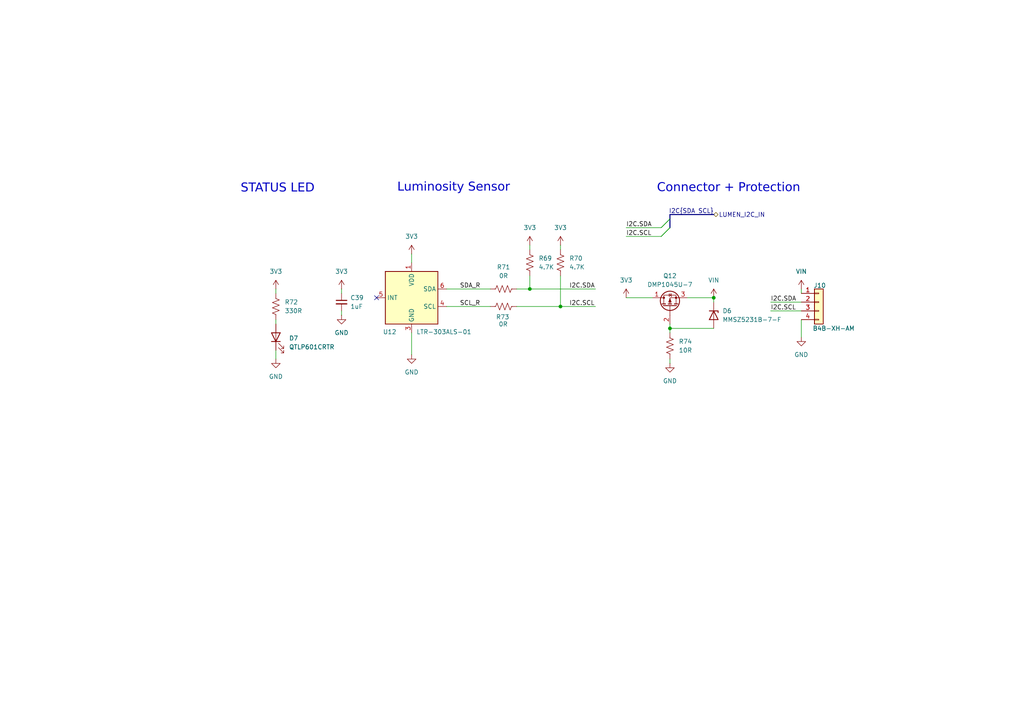
<source format=kicad_sch>
(kicad_sch (version 20231120) (generator "eeschema") (generator_version "8.0")
  (paper "A4")
  (title_block (title "${SHEETNAME}") (rev "1.0.0") (company "Demeter") (comment 1 "Akshat Doctor"))
  (lib_symbols
    (symbol "Connector_Generic:Conn_01x04" (pin_names (offset 1.016) hide)
      (property "Reference" "J" (at 0 5.08 0))
      (property "Value" "Conn_01x04" (at 0 -7.62 0))
      (symbol "Conn_01x04_1_1"
        (rectangle (start -1.27 -4.953) (end 0 -5.207) (stroke (width 0.1524)))
        (rectangle (start -1.27 -2.413) (end 0 -2.667) (stroke (width 0.1524)))
        (rectangle (start -1.27 0.127) (end 0 -0.127) (stroke (width 0.1524)))
        (rectangle (start -1.27 2.667) (end 0 2.413) (stroke (width 0.1524)))
        (rectangle (start -1.27 3.81) (end 1.27 -6.35) (stroke (width 0.254)) (fill (type background)))
        (pin passive line (at -5.08 2.54 0) (length 3.81) (name "Pin_1") (number "1"))
        (pin passive line (at -5.08 0 0) (length 3.81) (name "Pin_2") (number "2"))
        (pin passive line (at -5.08 -2.54 0) (length 3.81) (name "Pin_3") (number "3"))
        (pin passive line (at -5.08 -5.08 0) (length 3.81) (name "Pin_4") (number "4"))
      )
    )
    (symbol "Device:C_Small" (pin_numbers hide) (pin_names (offset 0.254) hide)
      (property "Reference" "C" (at 0.254 1.778 0))
      (property "Value" "C_Small" (at 0.254 -2.032 0))
      (symbol "C_Small_0_1"
        (polyline (pts (xy -1.524 -0.508) (xy 1.524 -0.508)) (stroke (width 0.3302)))
        (polyline (pts (xy -1.524 0.508) (xy 1.524 0.508)) (stroke (width 0.3048)))
      )
      (symbol "C_Small_1_1"
        (pin passive line (at 0 2.54 270) (length 2.032) (name "~") (number "1"))
        (pin passive line (at 0 -2.54 90) (length 2.032) (name "~") (number "2"))
      )
    )
    (symbol "Device:D_Zener" (pin_numbers hide) (pin_names (offset 1.016) hide)
      (property "Reference" "D" (at 0 2.54 0))
      (property "Value" "D_Zener" (at 0 -2.54 0))
      (symbol "D_Zener_0_1"
        (polyline (pts (xy 1.27 0) (xy -1.27 0)))
        (polyline (pts (xy -1.27 -1.27) (xy -1.27 1.27) (xy -0.762 1.27)) (stroke (width 0.254)))
        (polyline (pts (xy 1.27 -1.27) (xy 1.27 1.27) (xy -1.27 0) (xy 1.27 -1.27)) (stroke (width 0.254)))
      )
      (symbol "D_Zener_1_1"
        (pin passive line (at -3.81 0 0) (length 2.54) (name "K") (number "1"))
        (pin passive line (at 3.81 0 180) (length 2.54) (name "A") (number "2"))
      )
    )
    (symbol "Device:LED" (pin_numbers hide) (pin_names (offset 1.016) hide)
      (property "Reference" "D" (at 0 2.54 0))
      (property "Value" "LED" (at 0 -2.54 0))
      (symbol "LED_0_1"
        (polyline (pts (xy -1.27 -1.27) (xy -1.27 1.27)) (stroke (width 0.254)))
        (polyline (pts (xy -1.27 0) (xy 1.27 0)))
        (polyline (pts (xy 1.27 -1.27) (xy 1.27 1.27) (xy -1.27 0) (xy 1.27 -1.27)) (stroke (width 0.254)))
        (polyline (pts (xy -3.048 -0.762) (xy -4.572 -2.286) (xy -3.81 -2.286) (xy -4.572 -2.286) (xy -4.572 -1.524)))
        (polyline (pts (xy -1.778 -0.762) (xy -3.302 -2.286) (xy -2.54 -2.286) (xy -3.302 -2.286) (xy -3.302 -1.524)))
      )
      (symbol "LED_1_1"
        (pin passive line (at -3.81 0 0) (length 2.54) (name "K") (number "1"))
        (pin passive line (at 3.81 0 180) (length 2.54) (name "A") (number "2"))
      )
    )
    (symbol "Device:Q_PMOS_DGS" (pin_names (offset 0) hide)
      (property "Reference" "Q" (at 5.08 1.27 0))
      (property "Value" "Q_PMOS_DGS" (at 5.08 -1.27 0))
      (symbol "Q_PMOS_DGS_0_1"
        (polyline (pts (xy 0.254 0) (xy -2.54 0)))
        (polyline (pts (xy 0.254 1.905) (xy 0.254 -1.905)) (stroke (width 0.254)))
        (polyline (pts (xy 0.762 -1.27) (xy 0.762 -2.286)) (stroke (width 0.254)))
        (polyline (pts (xy 0.762 0.508) (xy 0.762 -0.508)) (stroke (width 0.254)))
        (polyline (pts (xy 0.762 2.286) (xy 0.762 1.27)) (stroke (width 0.254)))
        (polyline (pts (xy 2.54 2.54) (xy 2.54 1.778)))
        (polyline (pts (xy 2.54 -2.54) (xy 2.54 0) (xy 0.762 0)))
        (polyline (pts (xy 0.762 1.778) (xy 3.302 1.778) (xy 3.302 -1.778) (xy 0.762 -1.778)))
        (polyline (pts (xy 2.286 0) (xy 1.27 0.381) (xy 1.27 -0.381) (xy 2.286 0)) (fill (type outline)))
        (polyline (pts (xy 2.794 -0.508) (xy 2.921 -0.381) (xy 3.683 -0.381) (xy 3.81 -0.254)))
        (polyline (pts (xy 3.302 -0.381) (xy 2.921 0.254) (xy 3.683 0.254) (xy 3.302 -0.381)))
        (circle (center 1.651 0) (radius 2.794) (stroke (width 0.254)))
        (circle (center 2.54 -1.778) (radius 0.254) (fill (type outline)))
        (circle (center 2.54 1.778) (radius 0.254) (fill (type outline)))
      )
      (symbol "Q_PMOS_DGS_1_1"
        (pin passive line (at 2.54 5.08 270) (length 2.54) (name "D") (number "1"))
        (pin input line (at -5.08 0 0) (length 2.54) (name "G") (number "2"))
        (pin passive line (at 2.54 -5.08 90) (length 2.54) (name "S") (number "3"))
      )
    )
    (symbol "Device:R_US" (pin_numbers hide) (pin_names (offset 0))
      (property "Reference" "R" (at 2.54 0 90))
      (property "Value" "R_US" (at -2.54 0 90))
      (symbol "R_US_0_1"
        (polyline (pts (xy 0 -2.286) (xy 0 -2.54)))
        (polyline (pts (xy 0 2.286) (xy 0 2.54)))
        (polyline (pts (xy 0 -0.762) (xy 1.016 -1.143) (xy 0 -1.524) (xy -1.016 -1.905) (xy 0 -2.286)))
        (polyline (pts (xy 0 0.762) (xy 1.016 0.381) (xy 0 0) (xy -1.016 -0.381) (xy 0 -0.762)))
        (polyline (pts (xy 0 2.286) (xy 1.016 1.905) (xy 0 1.524) (xy -1.016 1.143) (xy 0 0.762)))
      )
      (symbol "R_US_1_1"
        (pin passive line (at 0 3.81 270) (length 1.27) (name "~") (number "1"))
        (pin passive line (at 0 -3.81 90) (length 1.27) (name "~") (number "2"))
      )
    )
    (symbol "Sensor_Optical:LTR-303ALS-01"
      (property "Reference" "U" (at -7.62 8.89 0))
      (property "Value" "LTR-303ALS-01" (at 1.27 8.89 0))
      (symbol "LTR-303ALS-01_0_1"
        (rectangle (start -7.62 7.62) (end 7.62 -7.62) (stroke (width 0.254)) (fill (type background)))
      )
      (symbol "LTR-303ALS-01_1_1"
        (pin power_in line (at 0 10.16 270) (length 2.54) (name "VDD") (number "1"))
        (pin no_connect line (at 7.62 -2.54 180) (length 2.54) hide (name "NC") (number "2"))
        (pin power_in line (at 0 -10.16 90) (length 2.54) (name "GND") (number "3"))
        (pin input line (at -10.16 -2.54 0) (length 2.54) (name "SCL") (number "4"))
        (pin open_collector line (at 10.16 0 180) (length 2.54) (name "INT") (number "5"))
        (pin bidirectional line (at -10.16 2.54 0) (length 2.54) (name "SDA") (number "6"))
      )
    )
    (symbol "power:GND" (power) (pin_numbers hide) (pin_names (offset 0) hide)
      (property "Value" "GND" (at 0 -3.81 0))
      (symbol "GND_0_1"
        (polyline (pts (xy 0 0) (xy 0 -1.27) (xy 1.27 -1.27) (xy 0 -2.54) (xy -1.27 -1.27) (xy 0 -1.27)))
      )
      (symbol "GND_1_1"
        (pin power_in line (at 0 0 270) (length 0) (name "~") (number "1"))
      )
    )
    (symbol "power:VBUS" (power) (pin_numbers hide) (pin_names (offset 0) hide)
      (property "Value" "VBUS" (at 0 3.556 0))
      (symbol "VBUS_0_1"
        (polyline (pts (xy -0.762 1.27) (xy 0 2.54)))
        (polyline (pts (xy 0 0) (xy 0 2.54)))
        (polyline (pts (xy 0 2.54) (xy 0.762 1.27)))
      )
      (symbol "VBUS_1_1"
        (pin power_in line (at 0 0 90) (length 0) (name "~") (number "1"))
      )
    )
  )
  (junction (at 162.56 88.9))
  (junction (at 207.01 86.36))
  (junction (at 153.67 83.82))
  (junction (at 194.31 95.25))
  (no_connect (at 109.22 86.36))
  (bus_entry (at 194.31 66.04) (size -2.54 2.54))
  (bus_entry (at 194.31 63.5) (size -2.54 2.54))
  (bus_entry (at 194.31 63.5) (size -2.54 2.54))
  (bus_entry (at 194.31 66.04) (size -2.54 2.54))
  (wire (pts (xy 181.61 68.58) (xy 191.77 68.58)))
  (bus (pts (xy 194.31 63.5) (xy 194.31 66.04)))
  (wire (pts (xy 223.52 90.17) (xy 232.41 90.17)))
  (wire (pts (xy 194.31 96.52) (xy 194.31 95.25)))
  (wire (pts (xy 99.06 90.17) (xy 99.06 91.44)))
  (wire (pts (xy 194.31 93.98) (xy 194.31 95.25)))
  (wire (pts (xy 149.86 88.9) (xy 162.56 88.9)))
  (wire (pts (xy 181.61 86.36) (xy 189.23 86.36)))
  (wire (pts (xy 232.41 83.82) (xy 232.41 85.09)))
  (wire (pts (xy 129.54 83.82) (xy 142.24 83.82)))
  (wire (pts (xy 181.61 66.04) (xy 191.77 66.04)))
  (wire (pts (xy 162.56 88.9) (xy 172.72 88.9)))
  (wire (pts (xy 223.52 87.63) (xy 232.41 87.63)))
  (wire (pts (xy 99.06 83.82) (xy 99.06 85.09)))
  (wire (pts (xy 80.01 83.82) (xy 80.01 85.09)))
  (wire (pts (xy 153.67 83.82) (xy 172.72 83.82)))
  (wire (pts (xy 194.31 95.25) (xy 207.01 95.25)))
  (wire (pts (xy 80.01 101.6) (xy 80.01 104.14)))
  (wire (pts (xy 129.54 88.9) (xy 142.24 88.9)))
  (wire (pts (xy 232.41 92.71) (xy 232.41 97.79)))
  (wire (pts (xy 153.67 71.12) (xy 153.67 72.39)))
  (wire (pts (xy 162.56 71.12) (xy 162.56 72.39)))
  (wire (pts (xy 119.38 96.52) (xy 119.38 102.87)))
  (wire (pts (xy 207.01 87.63) (xy 207.01 86.36)))
  (wire (pts (xy 153.67 80.01) (xy 153.67 83.82)))
  (bus (pts (xy 194.31 62.23) (xy 207.01 62.23)))
  (bus (pts (xy 194.31 62.23) (xy 194.31 63.5)))
  (wire (pts (xy 149.86 83.82) (xy 153.67 83.82)))
  (wire (pts (xy 162.56 88.9) (xy 162.56 80.01)))
  (wire (pts (xy 194.31 104.14) (xy 194.31 105.41)))
  (wire (pts (xy 119.38 76.2) (xy 119.38 73.66)))
  (wire (pts (xy 80.01 92.71) (xy 80.01 93.98)))
  (wire (pts (xy 199.39 86.36) (xy 207.01 86.36)))
  (text "Luminosity Sensor\n" (at 131.572 55.118 0) (effects (font (size 2.54 2.54))))
  (text "STATUS LED\n" (exclude_from_sim yes) (at 80.518 55.372 0) (effects (font (size 2.54 2.54))))
  (text "Connector + Protection\n\n" (at 211.328 57.404 0) (effects (font (size 2.54 2.54))))
  (label "I2C.SCL" (at 223.52 90.17 0))
  (label "I2C.SDA" (at 165.1 83.82 0))
  (label "I2C.SCL" (at 165.1 88.9 0))
  (label "SCL_R" (at 133.35 88.9 0))
  (label "I2C.SDA" (at 223.52 87.63 0))
  (label "I2C.SCL" (at 181.61 68.58 0))
  (label "I2C.SDA" (at 181.61 66.04 0))
  (label "SDA_R" (at 133.35 83.82 0))
  (label "I2C{SDA SCL}" (at 207.01 62.23 180))
  (hierarchical_label "LUMEN_I2C_IN" (shape bidirectional) (at 207.01 62.23 0))
  (symbol (lib_id "power:VBUS") (at 181.61 86.36 0) (mirror y) (unit 1)
    (property "Reference" "#PWR0149" (effects (hide yes)))
    (property "Value" "3V3" (at 181.61 81.28 0))
    (property "Description" "Power symbol creates a global label with name \"VBUS\"" (effects (hide yes)))
  )
  (symbol (lib_id "Device:R_US") (at 162.56 76.2 180) (unit 1)
    (property "Reference" "R70" (at 165.1 74.9299 0) (effects (justify right)))
    (property "Value" "4.7K" (at 165.1 77.4699 0) (effects (justify right)))
    (property "Description" "Resistor, US symbol" (effects (hide yes)))
  )
  (symbol (lib_id "Device:R_US") (at 146.05 88.9 90) (unit 1)
    (property "Reference" "R73" (at 145.796 91.948 90))
    (property "Value" "0R" (at 145.9506 94.0161 90))
    (property "Description" "Resistor, US symbol" (effects (hide yes)))
  )
  (symbol (lib_id "Connector_Generic:Conn_01x04") (at 237.49 87.63 0) (unit 1)
    (property "Reference" "J10" (at 235.966 82.804 0) (effects (justify left)))
    (property "Value" "B4B-XH-AM" (at 235.712 95.25 0) (effects (justify left)))
    (property "Description" "Generic connector, single row, 01x04, script generated (kicad-library-utils/schlib/autogen/connector/)" (effects (hide yes)))
  )
  (symbol (lib_id "power:GND") (at 99.06 91.44 0) (mirror y) (unit 1)
    (property "Reference" "#PWR0151" (effects (hide yes)))
    (property "Value" "GND" (at 99.06 96.52 0))
    (property "Description" "Power symbol creates a global label with name \"GND\" , ground" (effects (hide yes)))
  )
  (symbol (lib_id "power:GND") (at 80.01 104.14 0) (mirror y) (unit 1)
    (property "Reference" "#PWR0154" (effects (hide yes)))
    (property "Value" "GND" (at 80.01 109.22 0))
    (property "Description" "Power symbol creates a global label with name \"GND\" , ground" (effects (hide yes)))
  )
  (symbol (lib_id "power:VBUS") (at 80.01 83.82 0) (mirror y) (unit 1)
    (property "Reference" "#PWR0146" (effects (hide yes)))
    (property "Value" "3V3" (at 80.01 78.74 0))
    (property "Description" "Power symbol creates a global label with name \"VBUS\"" (effects (hide yes)))
  )
  (symbol (lib_id "power:GND") (at 119.38 102.87 0) (mirror y) (unit 1)
    (property "Reference" "#PWR0153" (effects (hide yes)))
    (property "Value" "GND" (at 119.38 107.95 0))
    (property "Description" "Power symbol creates a global label with name \"GND\" , ground" (effects (hide yes)))
  )
  (symbol (lib_id "power:VBUS") (at 207.01 86.36 0) (mirror y) (unit 1)
    (property "Reference" "#PWR0150" (effects (hide yes)))
    (property "Value" "VIN" (at 207.01 81.28 0))
    (property "Description" "Power symbol creates a global label with name \"VBUS\"" (effects (hide yes)))
  )
  (symbol (lib_id "Device:R_US") (at 194.31 100.33 0) (unit 1)
    (property "Reference" "R74" (at 196.85 99.0599 0) (effects (justify left)))
    (property "Value" "10R" (at 196.85 101.5999 0) (effects (justify left)))
    (property "Description" "Resistor, US symbol" (effects (hide yes)))
  )
  (symbol (lib_id "Device:LED") (at 80.01 97.79 90) (unit 1)
    (property "Reference" "D7" (at 83.82 98.1074 90) (effects (justify right)))
    (property "Value" "QTLP601CRTR" (at 83.82 100.6474 90) (effects (justify right)))
    (property "Description" "Light emitting diode" (effects (hide yes)))
  )
  (symbol (lib_id "Device:R_US") (at 153.67 76.2 180) (unit 1)
    (property "Reference" "R69" (at 156.21 74.9299 0) (effects (justify right)))
    (property "Value" "4.7K" (at 156.21 77.4699 0) (effects (justify right)))
    (property "Description" "Resistor, US symbol" (effects (hide yes)))
  )
  (symbol (lib_id "Device:Q_PMOS_DGS") (at 194.31 88.9 90) (unit 1)
    (property "Reference" "Q12" (at 194.31 80.01 90))
    (property "Value" "DMP1045U-7" (at 194.31 82.55 90))
    (property "Description" "P-MOSFET transistor, drain/gate/source" (effects (hide yes)))
  )
  (symbol (lib_id "power:VBUS") (at 153.67 71.12 0) (mirror y) (unit 1)
    (property "Reference" "#PWR0143" (effects (hide yes)))
    (property "Value" "3V3" (at 153.67 66.04 0))
    (property "Description" "Power symbol creates a global label with name \"VBUS\"" (effects (hide yes)))
  )
  (symbol (lib_id "Device:R_US") (at 146.05 83.82 90) (unit 1)
    (property "Reference" "R71" (at 146.05 77.47 90))
    (property "Value" "0R" (at 146.05 80.01 90))
    (property "Description" "Resistor, US symbol" (effects (hide yes)))
  )
  (symbol (lib_id "Sensor_Optical:LTR-303ALS-01") (at 119.38 86.36 0) (mirror y) (unit 1)
    (property "Reference" "U12" (at 113.03 96.266 0))
    (property "Value" "LTR-303ALS-01" (at 128.778 96.266 0))
    (property "Footprint" "OptoDevice:Lite-On_LTR-303ALS-01" (effects (hide yes)))
    (property "Datasheet" "https://optoelectronics.liteon.com/upload/download/DS86-2013-0004/LTR-303ALS-01_DS_V1.pdf" (effects (hide yes)))
    (property "Description" "ambient light sensor, i2c interface, 0.01 to 64k lux, 2.4-3.6V" (effects (hide yes)))
  )
  (symbol (lib_id "power:VBUS") (at 162.56 71.12 0) (mirror y) (unit 1)
    (property "Reference" "#PWR0144" (effects (hide yes)))
    (property "Value" "3V3" (at 162.56 66.04 0))
    (property "Description" "Power symbol creates a global label with name \"VBUS\"" (effects (hide yes)))
  )
  (symbol (lib_id "power:VBUS") (at 232.41 83.82 0) (mirror y) (unit 1)
    (property "Reference" "#PWR0148" (effects (hide yes)))
    (property "Value" "VIN" (at 232.41 78.74 0))
    (property "Description" "Power symbol creates a global label with name \"VBUS\"" (effects (hide yes)))
  )
  (symbol (lib_id "power:VBUS") (at 99.06 83.82 0) (mirror y) (unit 1)
    (property "Reference" "#PWR0147" (effects (hide yes)))
    (property "Value" "3V3" (at 99.06 78.74 0))
    (property "Description" "Power symbol creates a global label with name \"VBUS\"" (effects (hide yes)))
  )
  (symbol (lib_id "Device:D_Zener") (at 207.01 91.44 270) (unit 1)
    (property "Reference" "D6" (at 209.55 90.1699 90) (effects (justify left)))
    (property "Value" "MMSZ5231B-7-F" (at 209.55 92.7099 90) (effects (justify left)))
    (property "Description" "Zener diode" (effects (hide yes)))
  )
  (symbol (lib_id "Device:C_Small") (at 99.06 87.63 0) (unit 1)
    (property "Reference" "C39" (at 101.6 86.3662 0) (effects (justify left)))
    (property "Value" "1uF" (at 101.6 88.9062 0) (effects (justify left)))
    (property "Footprint" "Capacitor_SMD:C_0402_1005Metric_Pad0.74x0.62mm_HandSolder" (effects (hide yes)))
    (property "Description" "Unpolarized capacitor, small symbol" (effects (hide yes)))
  )
  (symbol (lib_id "power:GND") (at 194.31 105.41 0) (mirror y) (unit 1)
    (property "Reference" "#PWR0155" (effects (hide yes)))
    (property "Value" "GND" (at 194.31 110.49 0))
    (property "Description" "Power symbol creates a global label with name \"GND\" , ground" (effects (hide yes)))
  )
  (symbol (lib_id "power:GND") (at 232.41 97.79 0) (mirror y) (unit 1)
    (property "Reference" "#PWR0152" (effects (hide yes)))
    (property "Value" "GND" (at 232.41 102.87 0))
    (property "Description" "Power symbol creates a global label with name \"GND\" , ground" (effects (hide yes)))
  )
  (symbol (lib_id "Device:R_US") (at 80.01 88.9 180) (unit 1)
    (property "Reference" "R72" (at 82.55 87.6299 0) (effects (justify right)))
    (property "Value" "330R" (at 82.55 90.1699 0) (effects (justify right)))
    (property "Description" "Resistor, US symbol" (effects (hide yes)))
  )
  (symbol (lib_id "power:VBUS") (at 119.38 73.66 0) (mirror y) (unit 1)
    (property "Reference" "#PWR0145" (effects (hide yes)))
    (property "Value" "3V3" (at 119.38 68.58 0))
    (property "Description" "Power symbol creates a global label with name \"VBUS\"" (effects (hide yes)))
  )
)
</source>
